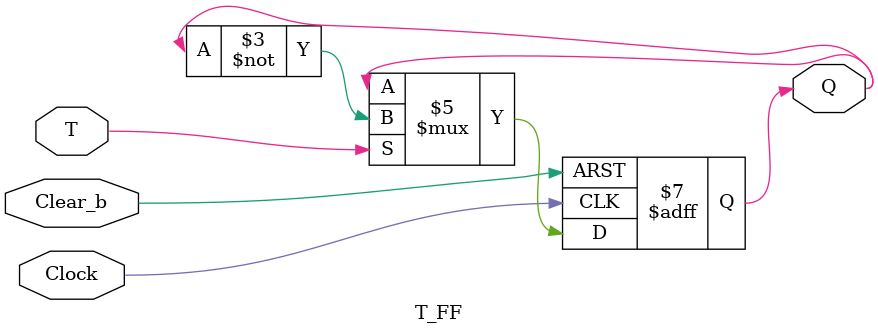
<source format=v>
module part1(Clock, Enable, Clear_b, CounterValue);
    input Clock, Enable, Clear_b;
    output [7:0] CounterValue;

    wire [7:0] w;
    assign w[0] = Enable;
    assign w[1] = w[0] & CounterValue[0];
    assign w[2] = w[1] & CounterValue[1];
    assign w[3] = w[2] & CounterValue[2];
    assign w[4] = w[3] & CounterValue[3];
    assign w[5] = w[4] & CounterValue[4];
    assign w[6] = w[5] & CounterValue[5];
    assign w[7] = w[6] & CounterValue[6];

    T_FF t0(.T(w[0]), .Q(CounterValue[0]), .Clock(Clock), .Clear_b(Clear_b));
    T_FF t1(.T(w[1]), .Q(CounterValue[1]), .Clock(Clock), .Clear_b(Clear_b));
    T_FF t2(.T(w[2]), .Q(CounterValue[2]), .Clock(Clock), .Clear_b(Clear_b));
    T_FF t3(.T(w[3]), .Q(CounterValue[3]), .Clock(Clock), .Clear_b(Clear_b));
    T_FF t4(.T(w[4]), .Q(CounterValue[4]), .Clock(Clock), .Clear_b(Clear_b));
    T_FF t5(.T(w[5]), .Q(CounterValue[5]), .Clock(Clock), .Clear_b(Clear_b));
    T_FF t6(.T(w[6]), .Q(CounterValue[6]), .Clock(Clock), .Clear_b(Clear_b));
    T_FF t7(.T(w[7]), .Q(CounterValue[7]), .Clock(Clock), .Clear_b(Clear_b));
endmodule


// module part1(Clock, Enable, Clear_b, CounterValue);
//     input Clock, Enable, Clear_b;
//     output reg [7:0] CounterValue = 8'b00000000;
//     always @(posedge Clock, Clear_b)
//     begin
//         if (!Clear_b) CounterValue = 0;
//         else if (Enable) CounterValue <= CounterValue + 1;
//         else CounterValue <= CounterValue;
//     end
// endmodule



module T_FF(T, Q, Clock, Clear_b);
    input T, Clock, Clear_b;
    output reg Q;

    always @(posedge Clock, negedge Clear_b)
    begin
        if (!Clear_b) Q <= 0;
        else if (T) Q <= ~Q;
        else Q <= Q;
    end
endmodule
</source>
